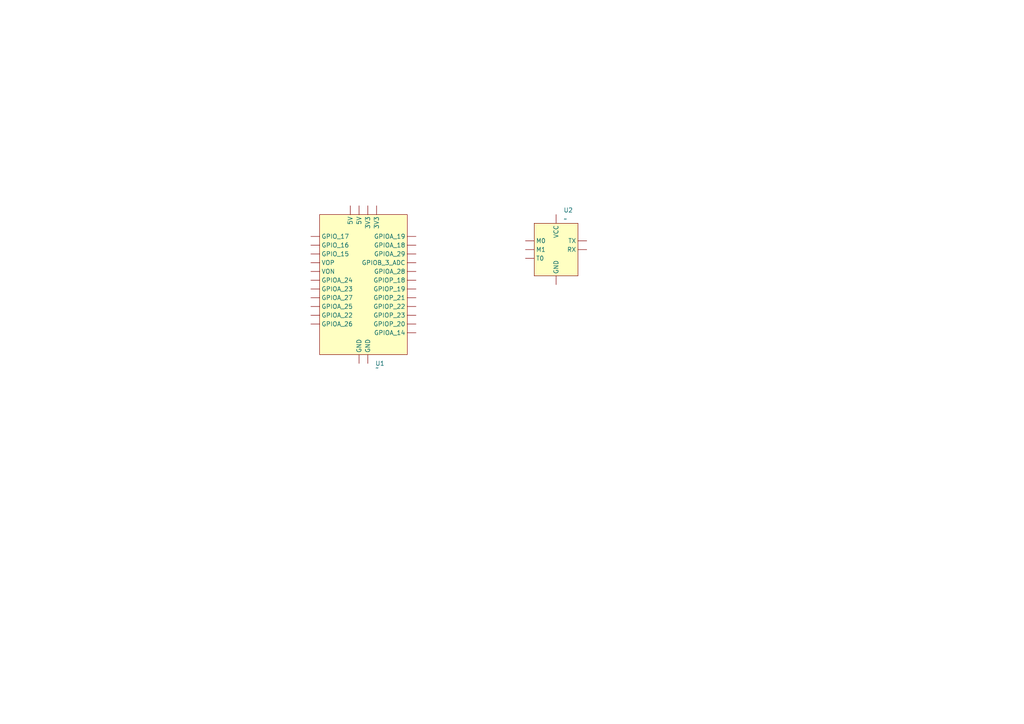
<source format=kicad_sch>
(kicad_sch (version 20250114) (generator "eeschema") (generator_version "9.0")
  (paper "A4")
  (lib_symbols
    (symbol "ASTERIA_NOVA_LIB:E220-900T22D"
      (property "Reference" "U" (at 0.508 1.016 0))
      (symbol "E220-900T22D_1_1"
        (rectangle (start 0 0) (end 12.7 -15.24) (fill (type background)))
        (pin input line (at -2.54 -5.08 0) (length 2.54) (name "M0") (number ""))
        (pin input line (at -2.54 -7.62 0) (length 2.54) (name "M1") (number ""))
        (pin input line (at -2.54 -10.16 0) (length 2.54) (name "T0") (number ""))
        (pin power_in line (at 6.35 2.54 270) (length 2.54) (name "VCC") (number ""))
        (pin power_in line (at 6.35 -17.78 90) (length 2.54) (name "GND") (number ""))
        (pin output line (at 15.24 -5.08 180) (length 2.54) (name "TX") (number ""))
        (pin input line (at 15.24 -7.62 180) (length 2.54) (name "RX") (number ""))
      )
    )
    (symbol "ASTERIA_NOVA_LIB:MaixCam"
      (property "Reference" "U" (at 0 0 0))
      (symbol "MaixCam_1_1"
        (rectangle (start 0 0) (end 25.4 -40.64) (fill (type background)))
        (pin input line (at -2.54 -6.35 0) (length 2.54) (name "GPIO_17") (number ""))
        (pin input line (at -2.54 -8.89 0) (length 2.54) (name "GPIO_16") (number ""))
        (pin input line (at -2.54 -11.43 0) (length 2.54) (name "GPIO_15") (number ""))
        (pin input line (at -2.54 -13.97 0) (length 2.54) (name "VOP") (number ""))
        (pin input line (at -2.54 -16.51 0) (length 2.54) (name "VON") (number ""))
        (pin input line (at -2.54 -19.05 0) (length 2.54) (name "GPIOA_24") (number ""))
        (pin input line (at -2.54 -21.59 0) (length 2.54) (name "GPIOA_23") (number ""))
        (pin input line (at -2.54 -24.13 0) (length 2.54) (name "GPIOA_27") (number ""))
        (pin input line (at -2.54 -26.67 0) (length 2.54) (name "GPIOA_25") (number ""))
        (pin input line (at -2.54 -29.21 0) (length 2.54) (name "GPIOA_22") (number ""))
        (pin input line (at -2.54 -31.75 0) (length 2.54) (name "GPIOA_26") (number ""))
        (pin power_in line (at 8.89 2.54 270) (length 2.54) (name "5V") (number ""))
        (pin power_in line (at 11.43 2.54 270) (length 2.54) (name "5V") (number ""))
        (pin power_in line (at 11.43 -43.18 90) (length 2.54) (name "GND") (number ""))
        (pin power_in line (at 13.97 2.54 270) (length 2.54) (name "3V3") (number ""))
        (pin power_in line (at 13.97 -43.18 90) (length 2.54) (name "GND") (number ""))
        (pin power_in line (at 16.51 2.54 270) (length 2.54) (name "3V3") (number ""))
        (pin input line (at 27.94 -6.35 180) (length 2.54) (name "GPIOA_19") (number ""))
        (pin input line (at 27.94 -8.89 180) (length 2.54) (name "GPIOA_18") (number ""))
        (pin input line (at 27.94 -11.43 180) (length 2.54) (name "GPIOA_29") (number ""))
        (pin input line (at 27.94 -13.97 180) (length 2.54) (name "GPIOB_3_ADC") (number ""))
        (pin input line (at 27.94 -16.51 180) (length 2.54) (name "GPIOA_28") (number ""))
        (pin input line (at 27.94 -19.05 180) (length 2.54) (name "GPIOP_18") (number ""))
        (pin input line (at 27.94 -21.59 180) (length 2.54) (name "GPIOP_19") (number ""))
        (pin input line (at 27.94 -24.13 180) (length 2.54) (name "GPIOP_21") (number ""))
        (pin input line (at 27.94 -26.67 180) (length 2.54) (name "GPIOP_22") (number ""))
        (pin input line (at 27.94 -29.21 180) (length 2.54) (name "GPIOP_23") (number ""))
        (pin input line (at 27.94 -31.75 180) (length 2.54) (name "GPIOP_20") (number ""))
        (pin input line (at 27.94 -34.29 180) (length 2.54) (name "GPIOA_14") (number ""))
      )
    )
  )
  (symbol (lib_id "ASTERIA_NOVA_LIB:MaixCam") (at 92.71 62.23 0) (unit 1)
    (property "Reference" "U1" (at 108.8233 105.41 0) (effects (justify left)))
    (property "Value" "~" (at 108.8233 106.68 0) (effects (justify left)))
  )
  (symbol (lib_id "ASTERIA_NOVA_LIB:E220-900T22D") (at 154.94 64.77 0) (unit 1)
    (property "Reference" "U2" (at 163.4333 60.96 0) (effects (justify left)))
    (property "Value" "~" (at 163.4333 63.5 0) (effects (justify left)))
  )
)
</source>
